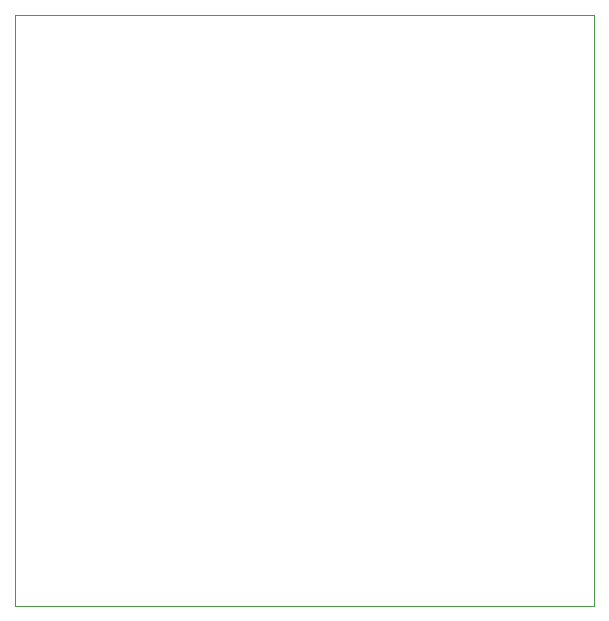
<source format=gm1>
G04 #@! TF.FileFunction,Profile,NP*
%FSLAX46Y46*%
G04 Gerber Fmt 4.6, Leading zero omitted, Abs format (unit mm)*
G04 Created by KiCad (PCBNEW 4.0.4+e1-6308~48~ubuntu16.04.1-stable) date Wed Nov 16 10:49:13 2016*
%MOMM*%
%LPD*%
G01*
G04 APERTURE LIST*
%ADD10C,0.100000*%
G04 APERTURE END LIST*
D10*
X136000000Y-133500000D02*
X136000000Y-83500000D01*
X87000000Y-133500000D02*
X136000000Y-133500000D01*
X87000000Y-133500000D02*
X87000000Y-83500000D01*
X87000000Y-83500000D02*
X136000000Y-83500000D01*
M02*

</source>
